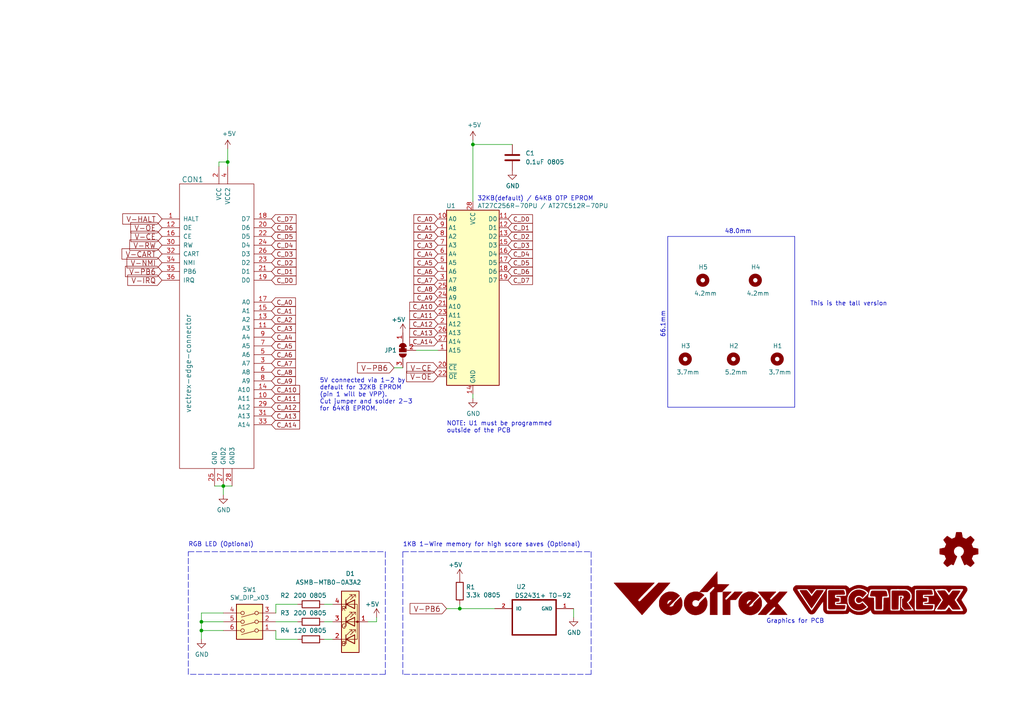
<source format=kicad_sch>
(kicad_sch (version 20211123) (generator eeschema)
  (paper "A4")
  (title_block (title "Vectrex Cartridge") (date "2020-07-05") (rev "v1.2") (company "Brett Walach"))
  (lib_symbols
    (symbol "Device:C" (pin_numbers hide) (pin_names (offset 0.254))
      (property "Reference" "C" (at 0.635 2.54 0))
      (property "Value" "C" (at 0.635 -2.54 0))
      (symbol "C_1_1"
        (pin passive line (at 0 3.81 270) (length 2.794) (name "~") (number "1"))
        (pin passive line (at 0 -3.81 90) (length 2.794) (name "~") (number "2"))
      )
    )
    (symbol "Device:R" (pin_numbers hide) (pin_names (offset 0))
      (property "Reference" "R" (at 2.032 0 90))
      (property "Value" "R" (at 0 0 90))
      (symbol "R_1_1"
        (pin passive line (at 0 3.81 270) (length 1.27) (name "~") (number "1"))
        (pin passive line (at 0 -3.81 90) (length 1.27) (name "~") (number "2"))
      )
    )
    (symbol "Graphic:Logo_Open_Hardware_Small" (pin_names (offset 1.016)))
    (symbol "Jumper:SolderJumper_3_Bridged12" (pin_names (offset 0) hide)
      (property "Reference" "JP" (at -2.54 -2.54 0))
      (property "Value" "SolderJumper_3_Bridged12" (at 0 2.794 0))
      (symbol "SolderJumper_3_Bridged12_1_1"
        (pin passive line (at -5.08 0 0) (length 2.54) (name "A") (number "1"))
        (pin passive line (at 0 -3.81 90) (length 2.54) (name "C") (number "2"))
        (pin passive line (at 5.08 0 180) (length 2.54) (name "B") (number "3"))
      )
    )
    (symbol "LED:ASMB-MTB0-0A3A2" (pin_names (offset 0) hide)
      (property "Reference" "D" (at 0 10.16 0))
      (property "Value" "ASMB-MTB0-0A3A2" (at 0 -10.16 0))
      (symbol "ASMB-MTB0-0A3A2_0_0"
        (text "B" (at -1.905 -6.35 0) (effects (font (size 1.27 1.27))))
        (text "G" (at -1.905 -1.27 0) (effects (font (size 1.27 1.27))))
        (text "R" (at -1.905 3.81 0) (effects (font (size 1.27 1.27))))
      )
      (symbol "ASMB-MTB0-0A3A2_1_1"
        (pin passive line (at 5.08 0 180) (length 2.54) (name "A") (number "1"))
        (pin passive line (at -5.08 -5.08 0) (length 2.54) (name "BK") (number "2"))
        (pin passive line (at -5.08 0 0) (length 2.54) (name "GK") (number "3"))
        (pin passive line (at -5.08 5.08 0) (length 2.54) (name "RK") (number "4"))
      )
    )
    (symbol "Mechanical:MountingHole" (pin_names (offset 1.016))
      (property "Reference" "H" (at 0 5.08 0))
      (property "Value" "MountingHole" (at 0 3.175 0))
    )
    (symbol "Memory_EPROM:27C512"
      (property "Reference" "U" (at -7.62 26.67 0))
      (property "Value" "27C512" (at 2.54 -26.67 0))
      (symbol "27C512_1_1"
        (pin input line (at -10.16 -15.24 0) (length 2.54) (name "A15") (number "1"))
        (pin input line (at -10.16 22.86 0) (length 2.54) (name "A0") (number "10"))
        (pin tri_state line (at 10.16 22.86 180) (length 2.54) (name "D0") (number "11"))
        (pin tri_state line (at 10.16 20.32 180) (length 2.54) (name "D1") (number "12"))
        (pin tri_state line (at 10.16 17.78 180) (length 2.54) (name "D2") (number "13"))
        (pin power_in line (at 0 -27.94 90) (length 2.54) (name "GND") (number "14"))
        (pin tri_state line (at 10.16 15.24 180) (length 2.54) (name "D3") (number "15"))
        (pin tri_state line (at 10.16 12.7 180) (length 2.54) (name "D4") (number "16"))
        (pin tri_state line (at 10.16 10.16 180) (length 2.54) (name "D5") (number "17"))
        (pin tri_state line (at 10.16 7.62 180) (length 2.54) (name "D6") (number "18"))
        (pin tri_state line (at 10.16 5.08 180) (length 2.54) (name "D7") (number "19"))
        (pin input line (at -10.16 -7.62 0) (length 2.54) (name "A12") (number "2"))
        (pin input line (at -10.16 -20.32 0) (length 2.54) (name "~{CE}") (number "20"))
        (pin input line (at -10.16 -2.54 0) (length 2.54) (name "A10") (number "21"))
        (pin input line (at -10.16 -22.86 0) (length 2.54) (name "~{OE}") (number "22"))
        (pin input line (at -10.16 -5.08 0) (length 2.54) (name "A11") (number "23"))
        (pin input line (at -10.16 0 0) (length 2.54) (name "A9") (number "24"))
        (pin input line (at -10.16 2.54 0) (length 2.54) (name "A8") (number "25"))
        (pin input line (at -10.16 -10.16 0) (length 2.54) (name "A13") (number "26"))
        (pin input line (at -10.16 -12.7 0) (length 2.54) (name "A14") (number "27"))
        (pin power_in line (at 0 27.94 270) (length 2.54) (name "VCC") (number "28"))
        (pin input line (at -10.16 5.08 0) (length 2.54) (name "A7") (number "3"))
        (pin input line (at -10.16 7.62 0) (length 2.54) (name "A6") (number "4"))
        (pin input line (at -10.16 10.16 0) (length 2.54) (name "A5") (number "5"))
        (pin input line (at -10.16 12.7 0) (length 2.54) (name "A4") (number "6"))
        (pin input line (at -10.16 15.24 0) (length 2.54) (name "A3") (number "7"))
        (pin input line (at -10.16 17.78 0) (length 2.54) (name "A2") (number "8"))
        (pin input line (at -10.16 20.32 0) (length 2.54) (name "A1") (number "9"))
      )
    )
    (symbol "Switch:SW_DIP_x03" (pin_names (offset 0) hide)
      (property "Reference" "SW" (at 0 8.89 0))
      (property "Value" "SW_DIP_x03" (at 0 -3.81 0))
      (symbol "SW_DIP_x03_1_1"
        (pin passive line (at -7.62 5.08 0) (length 5.08) (name "~") (number "1"))
        (pin passive line (at -7.62 2.54 0) (length 5.08) (name "~") (number "2"))
        (pin passive line (at -7.62 0 0) (length 5.08) (name "~") (number "3"))
        (pin passive line (at 7.62 0 180) (length 5.08) (name "~") (number "4"))
        (pin passive line (at 7.62 2.54 180) (length 5.08) (name "~") (number "5"))
        (pin passive line (at 7.62 5.08 180) (length 5.08) (name "~") (number "6"))
      )
    )
    (symbol "ds2431:DS2431" (pin_names (offset 1.016))
      (property "Reference" "U" (at 1.27 8.89 0))
      (property "Value" "DS2431" (at 1.27 6.35 0))
      (symbol "DS2431_0_0"
        (pin power_in line (at 17.78 2.54 180) (length 5.08) (name "GND") (number "1"))
        (pin bidirectional line (at -5.08 2.54 0) (length 5.08) (name "IO") (number "2"))
      )
    )
    (symbol "power:+5V" (power) (pin_names (offset 0))
      (property "Value" "+5V" (at 0 3.556 0))
      (symbol "+5V_1_1"
        (pin power_in line (at 0 0 90) (length 0) hide (name "+5V") (number "1"))
      )
    )
    (symbol "power:GND" (power) (pin_names (offset 0))
      (property "Value" "GND" (at 0 -3.81 0))
      (symbol "GND_1_1"
        (pin power_in line (at 0 0 270) (length 0) hide (name "GND") (number "1"))
      )
    )
    (symbol "vectrex-edge-connector:vectrex-edge-connector" (pin_names (offset 1.016))
      (property "Reference" "CON" (at 10.16 -40.64 0))
      (property "Value" "vectrex-edge-connector" (at -20.32 49.53 0))
      (symbol "vectrex-edge-connector_1_1"
        (pin output line (at -17.78 35.56 0) (length 5.08) (name "HALT") (number "1"))
        (pin output line (at 13.97 -16.51 180) (length 5.08) (name "A11") (number "10"))
        (pin output line (at 13.97 3.81 180) (length 5.08) (name "A3") (number "11"))
        (pin output line (at -17.78 33.02 0) (length 5.08) (name "OE") (number "12"))
        (pin output line (at 13.97 6.35 180) (length 5.08) (name "A2") (number "13"))
        (pin output line (at 13.97 -13.97 180) (length 5.08) (name "A10") (number "14"))
        (pin output line (at 13.97 8.89 180) (length 5.08) (name "A1") (number "15"))
        (pin output line (at -17.78 30.48 0) (length 5.08) (name "CE") (number "16"))
        (pin output line (at 13.97 11.43 180) (length 5.08) (name "A0") (number "17"))
        (pin output line (at 13.97 35.56 180) (length 5.08) (name "D7") (number "18"))
        (pin output line (at 13.97 17.78 180) (length 5.08) (name "D0") (number "19"))
        (pin output line (at -1.27 50.8 270) (length 5.08) (name "VCC") (number "2"))
        (pin output line (at 13.97 33.02 180) (length 5.08) (name "D6") (number "20"))
        (pin output line (at 13.97 20.32 180) (length 5.08) (name "D1") (number "21"))
        (pin output line (at 13.97 30.48 180) (length 5.08) (name "D5") (number "22"))
        (pin output line (at 13.97 22.86 180) (length 5.08) (name "D2") (number "23"))
        (pin output line (at 13.97 27.94 180) (length 5.08) (name "D4") (number "24"))
        (pin output line (at -2.54 -41.91 90) (length 5.08) (name "GND") (number "25"))
        (pin output line (at 13.97 25.4 180) (length 5.08) (name "D3") (number "26"))
        (pin output line (at 0 -41.91 90) (length 5.08) (name "GND2") (number "27"))
        (pin output line (at 2.54 -41.91 90) (length 5.08) (name "GND3") (number "28"))
        (pin output line (at 13.97 -19.05 180) (length 5.08) (name "A12") (number "29"))
        (pin output line (at 13.97 -6.35 180) (length 5.08) (name "A7") (number "3"))
        (pin output line (at -17.78 27.94 0) (length 5.08) (name "RW") (number "30"))
        (pin output line (at 13.97 -21.59 180) (length 5.08) (name "A13") (number "31"))
        (pin output line (at -17.78 25.4 0) (length 5.08) (name "CART") (number "32"))
        (pin output line (at 13.97 -24.13 180) (length 5.08) (name "A14") (number "33"))
        (pin output line (at -17.78 22.86 0) (length 5.08) (name "NMI") (number "34"))
        (pin output line (at -17.78 20.32 0) (length 5.08) (name "PB6") (number "35"))
        (pin output line (at -17.78 17.78 0) (length 5.08) (name "IRQ") (number "36"))
        (pin output line (at 1.27 50.8 270) (length 5.08) (name "VCC2") (number "4"))
        (pin output line (at 13.97 -3.81 180) (length 5.08) (name "A6") (number "5"))
        (pin output line (at 13.97 -8.89 180) (length 5.08) (name "A8") (number "6"))
        (pin output line (at 13.97 -1.27 180) (length 5.08) (name "A5") (number "7"))
        (pin output line (at 13.97 -11.43 180) (length 5.08) (name "A9") (number "8"))
        (pin output line (at 13.97 1.27 180) (length 5.08) (name "A4") (number "9"))
      )
    )
    (symbol "vectrex-uk:LOGO" (pin_names (offset 1.016)))
    (symbol "vectrex-us:LOGO" (pin_names (offset 1.016)))
  )
  (junction (at 58.42 180.34))
  (junction (at 58.42 182.88))
  (junction (at 137.16 41.91))
  (junction (at 64.77 140.97))
  (junction (at 66.04 46.99))
  (junction (at 133.35 176.53))
  (wire (pts (xy 109.22 180.34) (xy 106.68 180.34)))
  (polyline (pts (xy 116.84 160.02) (xy 116.84 195.58)))
  (wire (pts (xy 58.42 180.34) (xy 58.42 182.88)))
  (wire (pts (xy 58.42 185.42) (xy 58.42 182.88)))
  (wire (pts (xy 80.01 180.34) (xy 86.36 180.34)))
  (polyline (pts (xy 171.45 195.58) (xy 116.84 195.58)))
  (wire (pts (xy 62.23 140.97) (xy 64.77 140.97)))
  (wire (pts (xy 80.01 177.8) (xy 80.01 175.26)))
  (polyline (pts (xy 116.84 160.02) (xy 171.45 160.02)))
  (wire (pts (xy 96.52 180.34) (xy 93.98 180.34)))
  (polyline (pts (xy 230.505 118.11) (xy 193.675 118.11)) (stroke (width 0) (type solid)))
  (polyline (pts (xy 54.61 195.58) (xy 54.61 160.02)))
  (wire (pts (xy 120.65 101.6) (xy 127 101.6)))
  (wire (pts (xy 64.77 177.8) (xy 58.42 177.8)))
  (wire (pts (xy 93.98 185.42) (xy 96.52 185.42)))
  (polyline (pts (xy 171.45 160.02) (xy 171.45 195.58)))
  (polyline (pts (xy 111.76 195.58) (xy 54.61 195.58)))
  (wire (pts (xy 58.42 177.8) (xy 58.42 180.34)))
  (wire (pts (xy 64.77 180.34) (xy 58.42 180.34)))
  (polyline (pts (xy 193.675 68.58) (xy 230.505 68.58)) (stroke (width 0) (type solid)))
  (wire (pts (xy 63.5 46.99) (xy 66.04 46.99)))
  (wire (pts (xy 66.04 43.18) (xy 66.04 46.99)))
  (wire (pts (xy 109.22 179.07) (xy 109.22 180.34)))
  (wire (pts (xy 64.77 140.97) (xy 64.77 143.51)))
  (polyline (pts (xy 54.61 160.02) (xy 111.76 160.02)))
  (wire (pts (xy 63.5 46.99) (xy 63.5 48.26)))
  (wire (pts (xy 137.16 114.3) (xy 137.16 115.57)))
  (wire (pts (xy 166.37 179.07) (xy 166.37 176.53)))
  (wire (pts (xy 137.16 41.91) (xy 137.16 58.42)))
  (wire (pts (xy 114.3 106.68) (xy 116.84 106.68)))
  (wire (pts (xy 80.01 185.42) (xy 86.36 185.42)))
  (wire (pts (xy 137.16 40.64) (xy 137.16 41.91)))
  (wire (pts (xy 58.42 182.88) (xy 64.77 182.88)))
  (wire (pts (xy 64.77 140.97) (xy 67.31 140.97)))
  (wire (pts (xy 80.01 182.88) (xy 80.01 185.42)))
  (wire (pts (xy 133.35 176.53) (xy 143.51 176.53)))
  (wire (pts (xy 129.54 176.53) (xy 133.35 176.53)))
  (wire (pts (xy 66.04 46.99) (xy 66.04 48.26)))
  (wire (pts (xy 93.98 175.26) (xy 96.52 175.26)))
  (polyline (pts (xy 230.505 68.58) (xy 230.505 118.11)) (stroke (width 0) (type solid)))
  (wire (pts (xy 137.16 41.91) (xy 148.59 41.91)))
  (wire (pts (xy 80.01 175.26) (xy 86.36 175.26)))
  (wire (pts (xy 133.35 176.53) (xy 133.35 175.26)))
  (polyline (pts (xy 193.675 68.58) (xy 193.675 118.11)) (stroke (width 0) (type solid)))
  (polyline (pts (xy 111.76 160.02) (xy 111.76 195.58)))
  (text "5V connected via 1-2 by \ndefault for 32KB EPROM \n(pin 1 will be VPP).\nCut jumper and solder 2-3\nfor 64KB EPROM. " (at 92.71 119.38 0) (effects (font (size 1.27 1.27)) (justify left bottom)))
  (text "66.1mm\n" (at 193.04 90.17 270) (effects (font (size 1.27 1.27)) (justify right bottom)))
  (text "RGB LED (Optional)" (at 54.61 158.75 0) (effects (font (size 1.27 1.27)) (justify left bottom)))
  (text "This is the tall version" (at 234.95 88.9 0) (effects (font (size 1.27 1.27)) (justify left bottom)))
  (text "NOTE: U1 must be programmed \noutside of the PCB" (at 129.54 125.73 0) (effects (font (size 1.27 1.27)) (justify left bottom)))
  (text "32KB(default) / 64KB OTP EPROM" (at 138.43 58.42 0) (effects (font (size 1.27 1.27)) (justify left bottom)))
  (text "1KB 1-Wire memory for high score saves (Optional)" (at 116.84 158.75 0) (effects (font (size 1.27 1.27)) (justify left bottom)))
  (text "48.0mm" (at 210.185 67.945 0) (effects (font (size 1.27 1.27)) (justify left bottom)))
  (text "Graphics for PCB" (at 222.25 180.975 0) (effects (font (size 1.27 1.27)) (justify left bottom)))
  (global_label "C_A1" (shape input) (at 127 66.04 180) (property "Intersheet References" "${INTERSHEET_REFS}" (effects hide)))
  (global_label "V-RW" (shape input) (at 46.99 71.12 180) (effects (font (size 1.524 1.524))) (property "Intersheet References" "${INTERSHEET_REFS}" (effects hide)))
  (global_label "C_A0" (shape input) (at 78.74 87.63 0) (property "Intersheet References" "${INTERSHEET_REFS}" (effects hide)))
  (global_label "C_A3" (shape input) (at 78.74 95.25 0) (property "Intersheet References" "${INTERSHEET_REFS}" (effects hide)))
  (global_label "C_A6" (shape input) (at 127 78.74 180) (property "Intersheet References" "${INTERSHEET_REFS}" (effects hide)))
  (global_label "C_A9" (shape input) (at 78.74 110.49 0) (property "Intersheet References" "${INTERSHEET_REFS}" (effects hide)))
  (global_label "C_A13" (shape input) (at 127 96.52 180) (property "Intersheet References" "${INTERSHEET_REFS}" (effects hide)))
  (global_label "C_A11" (shape input) (at 127 91.44 180) (property "Intersheet References" "${INTERSHEET_REFS}" (effects hide)))
  (global_label "C_A13" (shape input) (at 78.74 120.65 0) (property "Intersheet References" "${INTERSHEET_REFS}" (effects hide)))
  (global_label "C_D4" (shape input) (at 78.74 71.12 0) (property "Intersheet References" "${INTERSHEET_REFS}" (effects hide)))
  (global_label "V-CART" (shape input) (at 46.99 73.66 180) (effects (font (size 1.524 1.524))) (property "Intersheet References" "${INTERSHEET_REFS}" (effects hide)))
  (global_label "V-PB6" (shape input) (at 129.54 176.53 180) (effects (font (size 1.524 1.524))) (property "Intersheet References" "${INTERSHEET_REFS}" (effects hide)))
  (global_label "C_A2" (shape input) (at 78.74 92.71 0) (property "Intersheet References" "${INTERSHEET_REFS}" (effects hide)))
  (global_label "C_A5" (shape input) (at 78.74 100.33 0) (property "Intersheet References" "${INTERSHEET_REFS}" (effects hide)))
  (global_label "C_D1" (shape input) (at 147.32 66.04 0) (property "Intersheet References" "${INTERSHEET_REFS}" (effects hide)))
  (global_label "V-CE" (shape input) (at 46.99 68.58 180) (effects (font (size 1.524 1.524))) (property "Intersheet References" "${INTERSHEET_REFS}" (effects hide)))
  (global_label "C_D7" (shape input) (at 147.32 81.28 0) (property "Intersheet References" "${INTERSHEET_REFS}" (effects hide)))
  (global_label "C_D0" (shape input) (at 78.74 81.28 0) (property "Intersheet References" "${INTERSHEET_REFS}" (effects hide)))
  (global_label "C_D1" (shape input) (at 78.74 78.74 0) (property "Intersheet References" "${INTERSHEET_REFS}" (effects hide)))
  (global_label "C_D6" (shape input) (at 78.74 66.04 0) (property "Intersheet References" "${INTERSHEET_REFS}" (effects hide)))
  (global_label "C_A8" (shape input) (at 127 83.82 180) (property "Intersheet References" "${INTERSHEET_REFS}" (effects hide)))
  (global_label "V-IRQ" (shape input) (at 46.99 81.28 180) (effects (font (size 1.524 1.524))) (property "Intersheet References" "${INTERSHEET_REFS}" (effects hide)))
  (global_label "C_D0" (shape input) (at 147.32 63.5 0) (property "Intersheet References" "${INTERSHEET_REFS}" (effects hide)))
  (global_label "C_A12" (shape input) (at 127 93.98 180) (property "Intersheet References" "${INTERSHEET_REFS}" (effects hide)))
  (global_label "C_A1" (shape input) (at 78.74 90.17 0) (property "Intersheet References" "${INTERSHEET_REFS}" (effects hide)))
  (global_label "C_A4" (shape input) (at 127 73.66 180) (property "Intersheet References" "${INTERSHEET_REFS}" (effects hide)))
  (global_label "C_A10" (shape input) (at 78.74 113.03 0) (property "Intersheet References" "${INTERSHEET_REFS}" (effects hide)))
  (global_label "C_A3" (shape input) (at 127 71.12 180) (property "Intersheet References" "${INTERSHEET_REFS}" (effects hide)))
  (global_label "C_A14" (shape input) (at 127 99.06 180) (property "Intersheet References" "${INTERSHEET_REFS}" (effects hide)))
  (global_label "C_A6" (shape input) (at 78.74 102.87 0) (property "Intersheet References" "${INTERSHEET_REFS}" (effects hide)))
  (global_label "C_A10" (shape input) (at 127 88.9 180) (property "Intersheet References" "${INTERSHEET_REFS}" (effects hide)))
  (global_label "C_D2" (shape input) (at 78.74 76.2 0) (property "Intersheet References" "${INTERSHEET_REFS}" (effects hide)))
  (global_label "C_D5" (shape input) (at 147.32 76.2 0) (property "Intersheet References" "${INTERSHEET_REFS}" (effects hide)))
  (global_label "V-NMI" (shape input) (at 46.99 76.2 180) (effects (font (size 1.524 1.524))) (property "Intersheet References" "${INTERSHEET_REFS}" (effects hide)))
  (global_label "C_A2" (shape input) (at 127 68.58 180) (property "Intersheet References" "${INTERSHEET_REFS}" (effects hide)))
  (global_label "C_D5" (shape input) (at 78.74 68.58 0) (property "Intersheet References" "${INTERSHEET_REFS}" (effects hide)))
  (global_label "V-PB6" (shape input) (at 114.3 106.68 180) (effects (font (size 1.524 1.524))) (property "Intersheet References" "${INTERSHEET_REFS}" (effects hide)))
  (global_label "C_A14" (shape input) (at 78.74 123.19 0) (property "Intersheet References" "${INTERSHEET_REFS}" (effects hide)))
  (global_label "C_D7" (shape input) (at 78.74 63.5 0) (property "Intersheet References" "${INTERSHEET_REFS}" (effects hide)))
  (global_label "C_D3" (shape input) (at 147.32 71.12 0) (property "Intersheet References" "${INTERSHEET_REFS}" (effects hide)))
  (global_label "V-OE" (shape input) (at 46.99 66.04 180) (effects (font (size 1.524 1.524))) (property "Intersheet References" "${INTERSHEET_REFS}" (effects hide)))
  (global_label "C_A5" (shape input) (at 127 76.2 180) (property "Intersheet References" "${INTERSHEET_REFS}" (effects hide)))
  (global_label "V-HALT" (shape input) (at 46.99 63.5 180) (effects (font (size 1.524 1.524))) (property "Intersheet References" "${INTERSHEET_REFS}" (effects hide)))
  (global_label "C_A9" (shape input) (at 127 86.36 180) (property "Intersheet References" "${INTERSHEET_REFS}" (effects hide)))
  (global_label "C_A7" (shape input) (at 78.74 105.41 0) (property "Intersheet References" "${INTERSHEET_REFS}" (effects hide)))
  (global_label "C_A0" (shape input) (at 127 63.5 180) (property "Intersheet References" "${INTERSHEET_REFS}" (effects hide)))
  (global_label "V-CE" (shape input) (at 127 106.68 180) (effects (font (size 1.524 1.524))) (property "Intersheet References" "${INTERSHEET_REFS}" (effects hide)))
  (global_label "V-PB6" (shape input) (at 46.99 78.74 180) (effects (font (size 1.524 1.524))) (property "Intersheet References" "${INTERSHEET_REFS}" (effects hide)))
  (global_label "C_A7" (shape input) (at 127 81.28 180) (property "Intersheet References" "${INTERSHEET_REFS}" (effects hide)))
  (global_label "C_A8" (shape input) (at 78.74 107.95 0) (property "Intersheet References" "${INTERSHEET_REFS}" (effects hide)))
  (global_label "C_D6" (shape input) (at 147.32 78.74 0) (property "Intersheet References" "${INTERSHEET_REFS}" (effects hide)))
  (global_label "C_A12" (shape input) (at 78.74 118.11 0) (property "Intersheet References" "${INTERSHEET_REFS}" (effects hide)))
  (global_label "C_D3" (shape input) (at 78.74 73.66 0) (property "Intersheet References" "${INTERSHEET_REFS}" (effects hide)))
  (global_label "C_A4" (shape input) (at 78.74 97.79 0) (property "Intersheet References" "${INTERSHEET_REFS}" (effects hide)))
  (global_label "C_A11" (shape input) (at 78.74 115.57 0) (property "Intersheet References" "${INTERSHEET_REFS}" (effects hide)))
  (global_label "C_D4" (shape input) (at 147.32 73.66 0) (property "Intersheet References" "${INTERSHEET_REFS}" (effects hide)))
  (global_label "C_D2" (shape input) (at 147.32 68.58 0) (property "Intersheet References" "${INTERSHEET_REFS}" (effects hide)))
  (global_label "V-OE" (shape input) (at 127 109.22 180) (effects (font (size 1.524 1.524))) (property "Intersheet References" "${INTERSHEET_REFS}" (effects hide)))
  (symbol (lib_id "Memory_EPROM:27C512") (at 137.16 86.36 0) (unit 1)
    (property "Reference" "U1" (at 130.81 59.69 0))
    (property "Value" "AT27C256R-70PU / AT27C512R-70PU" (at 157.48 59.69 0))
    (property "Footprint" "Package_DIP:DIP-28_W15.24mm" (effects hide))
    (property "Datasheet" "http://ww1.microchip.com/downloads/en/DeviceDoc/doc0015.pdf" (effects hide))
  )
  (symbol (lib_id "Jumper:SolderJumper_3_Bridged12") (at 116.84 101.6 90) (mirror x) (unit 1)
    (property "Reference" "JP1" (at 115.1128 101.6 90) (effects (justify left)))
    (property "Value" "SolderJumper_3_Bridged12" (effects hide))
    (property "Footprint" "vectrex-cartridge:SolderJumper-3_P1.3mm_Bridged12_RoundedPad1.0x1.5mm_NumberLabels" (effects hide))
  )
  (symbol (lib_id "power:+5V") (at 116.84 96.52 0) (unit 1)
    (property "Reference" "#PWR0106" (effects hide))
    (property "Value" "+5V" (at 115.57 92.71 0))
  )
  (symbol (lib_id "ds2431:DS2431") (at 148.59 179.07 0) (unit 1)
    (property "Reference" "U2" (at 151.13 170.18 0))
    (property "Value" "DS2431+ TO-92" (at 157.48 172.72 0))
    (property "Footprint" "vectrex-cartridge:TO-92_Inline_BW" (effects hide))
  )
  (symbol (lib_id "power:GND") (at 166.37 179.07 0) (unit 1)
    (property "Reference" "#PWR0107" (effects hide))
    (property "Value" "GND" (at 166.497 183.4642 0))
  )
  (symbol (lib_id "power:+5V") (at 137.16 40.64 0) (unit 1)
    (property "Reference" "#PWR0103" (effects hide))
    (property "Value" "+5V" (at 137.541 36.2458 0))
  )
  (symbol (lib_id "power:GND") (at 148.59 49.53 0) (unit 1)
    (property "Reference" "#PWR0105" (effects hide))
    (property "Value" "GND" (at 148.717 53.9242 0))
  )
  (symbol (lib_id "Device:C") (at 148.59 45.72 0) (unit 1)
    (property "Reference" "C1" (at 152.4 44.45 0) (effects (justify left)))
    (property "Value" "0.1uF 0805" (at 152.4 46.99 0) (effects (justify left)))
    (property "Footprint" "Capacitor_SMD:C_0805_2012Metric_Pad1.15x1.40mm_HandSolder" (effects hide))
  )
  (symbol (lib_id "power:GND") (at 137.16 115.57 0) (unit 1)
    (property "Reference" "#PWR0104" (effects hide))
    (property "Value" "GND" (at 137.287 119.9642 0))
  )
  (symbol (lib_id "LED:ASMB-MTB0-0A3A2") (at 101.6 180.34 0) (unit 1)
    (property "Reference" "D1" (at 101.6 166.37 0))
    (property "Value" "ASMB-MTB0-0A3A2" (at 95.25 168.91 0))
    (property "Footprint" "vectrex-cartridge:LED_Avago_PLCC4_3.2x2.8mm_CW" (effects hide))
    (property "Datasheet" "https://docs.broadcom.com/docs/AV02-4186EN" (effects hide))
  )
  (symbol (lib_id "Device:R") (at 90.17 175.26 270) (unit 1)
    (property "Reference" "R2" (at 81.28 172.72 90) (effects (justify left)))
    (property "Value" "200 0805" (at 85.09 172.72 90) (effects (justify left)))
    (property "Footprint" "Resistor_SMD:R_0805_2012Metric_Pad1.15x1.40mm_HandSolder" (effects hide))
  )
  (symbol (lib_id "Device:R") (at 90.17 180.34 270) (unit 1)
    (property "Reference" "R3" (at 81.28 177.8 90) (effects (justify left)))
    (property "Value" "200 0805" (at 85.09 177.8 90) (effects (justify left)))
    (property "Footprint" "Resistor_SMD:R_0805_2012Metric_Pad1.15x1.40mm_HandSolder" (effects hide))
  )
  (symbol (lib_id "Device:R") (at 90.17 185.42 270) (unit 1)
    (property "Reference" "R4" (at 81.28 182.88 90) (effects (justify left)))
    (property "Value" "120 0805" (at 85.09 182.88 90) (effects (justify left)))
    (property "Footprint" "Resistor_SMD:R_0805_2012Metric_Pad1.15x1.40mm_HandSolder" (effects hide))
  )
  (symbol (lib_id "power:GND") (at 58.42 185.42 0) (unit 1)
    (property "Reference" "#PWR0109" (effects hide))
    (property "Value" "GND" (at 58.547 189.8142 0))
  )
  (symbol (lib_id "power:+5V") (at 109.22 179.07 0) (unit 1)
    (property "Reference" "#PWR0110" (effects hide))
    (property "Value" "+5V" (at 107.95 175.26 0))
  )
  (symbol (lib_id "Switch:SW_DIP_x03") (at 72.39 177.8 180) (unit 1)
    (property "Reference" "SW1" (at 72.39 171.0182 0))
    (property "Value" "SW_DIP_x03" (at 72.39 173.3296 0))
    (property "Footprint" "Button_Switch_SMD:SW_DIP_SPSTx03_Slide_6.7x9.18mm_W8.61mm_P2.54mm_LowProfile" (effects hide))
  )
  (symbol (lib_id "vectrex-edge-connector:vectrex-edge-connector") (at 64.77 99.06 0) (unit 1)
    (property "Reference" "CON1" (at 55.88 52.07 0) (effects (font (size 1.524 1.524))))
    (property "Value" "vectrex-edge-connector" (at 54.61 105.41 90) (effects (font (size 1.524 1.524))))
    (property "Footprint" "vectrex-cartridge:vectrex-edge-connector-thinner-no-soldermask" (effects hide))
  )
  (symbol (lib_id "power:+5V") (at 66.04 43.18 0) (unit 1)
    (property "Reference" "#PWR0101" (effects hide))
    (property "Value" "+5V" (at 66.421 38.7858 0))
  )
  (symbol (lib_id "Device:R") (at 133.35 171.45 0) (unit 1)
    (property "Reference" "R1" (at 135.128 170.2816 0) (effects (justify left)))
    (property "Value" "3.3k 0805" (at 135.128 172.593 0) (effects (justify left)))
    (property "Footprint" "Resistor_SMD:R_0805_2012Metric_Pad1.15x1.40mm_HandSolder" (effects hide))
  )
  (symbol (lib_id "power:+5V") (at 133.35 167.64 0) (unit 1)
    (property "Reference" "#PWR0108" (effects hide))
    (property "Value" "+5V" (at 132.08 163.83 0))
  )
  (symbol (lib_id "power:GND") (at 64.77 143.51 0) (unit 1)
    (property "Reference" "#PWR0102" (effects hide))
    (property "Value" "GND" (at 64.897 147.9042 0))
  )
  (symbol (lib_id "Mechanical:MountingHole") (at 225.425 104.14 0) (unit 1)
    (property "Reference" "H1" (at 224.155 100.33 0) (effects (justify left)))
    (property "Value" "3.7mm" (at 222.885 107.95 0) (effects (justify left)))
    (property "Footprint" "vectrex-cartridge:Mounting_Hole_D3.7mm" (effects hide))
  )
  (symbol (lib_id "Mechanical:MountingHole") (at 198.755 104.14 0) (unit 1)
    (property "Reference" "H3" (at 197.485 100.33 0) (effects (justify left)))
    (property "Value" "3.7mm" (at 196.215 107.95 0) (effects (justify left)))
    (property "Footprint" "vectrex-cartridge:Mounting_Hole_D3.7mm" (effects hide))
  )
  (symbol (lib_id "Mechanical:MountingHole") (at 212.725 104.14 0) (unit 1)
    (property "Reference" "H2" (at 211.455 100.33 0) (effects (justify left)))
    (property "Value" "5.2mm" (at 210.185 107.95 0) (effects (justify left)))
    (property "Footprint" "vectrex-cartridge:Mounting_Hole_D5.2mm" (effects hide))
  )
  (symbol (lib_id "Mechanical:MountingHole") (at 203.835 81.28 0) (unit 1)
    (property "Reference" "H5" (at 202.565 77.47 0) (effects (justify left)))
    (property "Value" "4.2mm" (at 201.295 85.09 0) (effects (justify left)))
    (property "Footprint" "vectrex-cartridge:Mounting_Hole_D4.2mm" (effects hide))
  )
  (symbol (lib_id "Mechanical:MountingHole") (at 219.075 81.28 0) (unit 1)
    (property "Reference" "H4" (at 217.805 77.47 0) (effects (justify left)))
    (property "Value" "4.2mm" (at 216.535 85.09 0) (effects (justify left)))
    (property "Footprint" "vectrex-cartridge:Mounting_Hole_D4.2mm" (effects hide))
  )
  (symbol (lib_id "Graphic:Logo_Open_Hardware_Small") (at 278.13 160.02 0) (unit 1)
    (property "Reference" "#LOGO1" (effects hide))
    (property "Value" "Logo_Open_Hardware_Small" (effects hide))
  )
  (symbol (lib_id "vectrex-uk:LOGO") (at 255.27 173.99 0) (unit 1)
    (property "Reference" "G3" (effects hide))
    (property "Value" "LOGO" (effects hide))
    (property "Footprint" "vectrex-cartridge:vectrex-uk-soldermask" (effects hide))
  )
  (symbol (lib_id "vectrex-us:LOGO") (at 203.2 172.085 0) (unit 1)
    (property "Reference" "G1" (effects hide))
    (property "Value" "LOGO" (effects hide))
    (property "Footprint" "vectrex-cartridge:vectrex-us-soldermask" (effects hide))
  )
)
</source>
